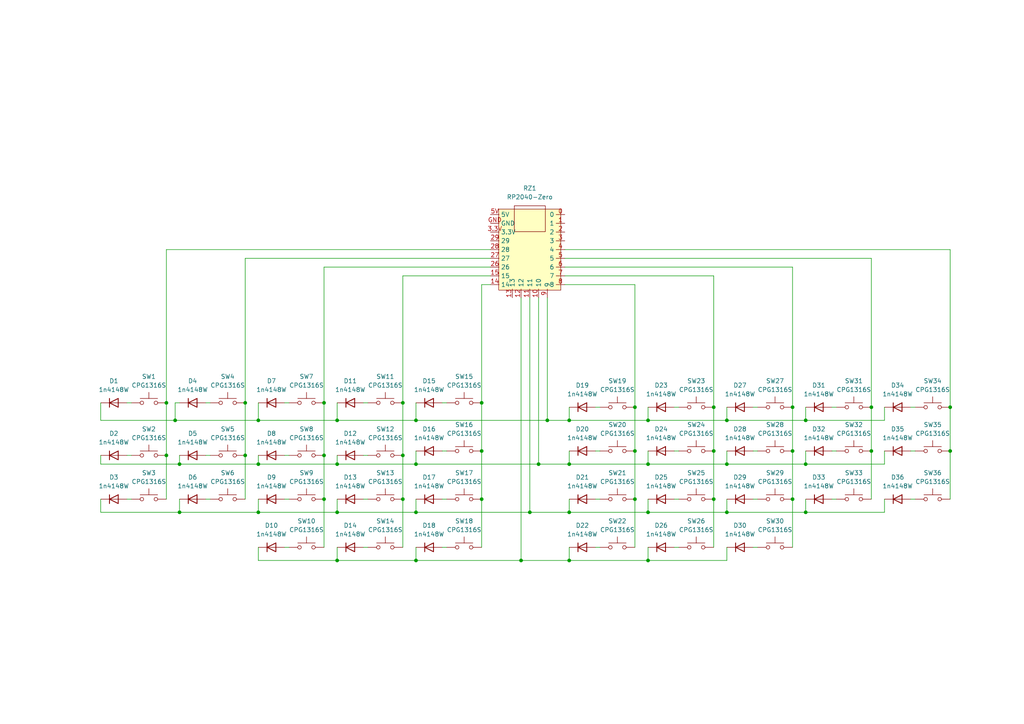
<source format=kicad_sch>
(kicad_sch (version 20250114) (generator "eeschema") (generator_version "9.0")
  (paper "A4")
  (lib_symbols
    (symbol "Diode:1N4148" (pin_numbers (hide yes)) (pin_names (hide yes))
      (property "Reference" "D" (at 0 2.54 0))
      (property "Value" "1N4148" (at 0 -2.54 0))
      (symbol "1N4148_0_1"
        (polyline (pts (xy -1.27 1.27) (xy -1.27 -1.27)) (stroke (width 0.254)))
        (polyline (pts (xy 1.27 1.27) (xy 1.27 -1.27) (xy -1.27 0) (xy 1.27 1.27)) (stroke (width 0.254)))
        (polyline (pts (xy 1.27 0) (xy -1.27 0)))
      )
      (symbol "1N4148_1_1"
        (pin passive line (at -3.81 0 0) (length 2.54) (name "K") (number "1"))
        (pin passive line (at 3.81 0 180) (length 2.54) (name "A") (number "2"))
      )
    )
    (symbol "Switch:SW_Push" (pin_numbers (hide yes)) (pin_names (offset 1.016) (hide yes))
      (property "Reference" "SW" (at 1.27 2.54 0))
      (property "Value" "SW_Push" (at 0 -1.524 0))
      (symbol "SW_Push_0_1"
        (circle (center -2.032 0) (radius 0.508))
        (polyline (pts (xy 0 1.27) (xy 0 3.048)))
        (circle (center 2.032 0) (radius 0.508))
        (polyline (pts (xy 2.54 1.27) (xy -2.54 1.27)))
        (pin passive line (at -5.08 0 0) (length 2.54) (name "1") (number "1"))
        (pin passive line (at 5.08 0 180) (length 2.54) (name "2") (number "2"))
      )
    )
    (symbol "frustratedfly:RP2040-Zero"
      (property "Reference" "RZ" (at 0 2.286 0))
      (property "Value" "RP2040-Zero" (at 0 12.446 0))
      (symbol "RP2040-Zero_1_1"
        (rectangle (start -9 11.75) (end 9 -11.75) (fill (type color) (color 255 255 194 1)))
        (rectangle (start -4.5 12.7) (end 4.5 5.2))
        (pin power_out line (at -11.43 10.16 0) (length 2.54) (name "5V") (number "5V"))
        (pin power_in line (at -11.43 7.62 0) (length 2.54) (name "GND") (number "GND"))
        (pin power_out line (at -11.43 5.08 0) (length 2.54) (name "3.3V") (number "3.3V"))
        (pin bidirectional line (at -11.43 2.54 0) (length 2.54) (name "29") (number "29"))
        (pin bidirectional line (at -11.43 0 0) (length 2.54) (name "28") (number "28"))
        (pin bidirectional line (at -11.43 -2.54 0) (length 2.54) (name "27") (number "27"))
        (pin bidirectional line (at -11.43 -5.08 0) (length 2.54) (name "26") (number "26"))
        (pin bidirectional line (at -11.43 -7.62 0) (length 2.54) (name "15") (number "15"))
        (pin bidirectional line (at -11.43 -10.16 0) (length 2.54) (name "14") (number "14"))
        (pin bidirectional line (at -5.08 -13.97 90) (length 2.54) (name "13") (number "13"))
        (pin bidirectional line (at -2.54 -13.97 90) (length 2.54) (name "12") (number "12"))
        (pin bidirectional line (at 0 -13.97 90) (length 2.54) (name "11") (number "11"))
        (pin bidirectional line (at 2.54 -13.97 90) (length 2.54) (name "10") (number "10"))
        (pin bidirectional line (at 5.08 -13.97 90) (length 2.54) (name "9") (number "9"))
        (pin bidirectional line (at 10.16 10.16 180) (length 2.54) (name "0") (number "0"))
        (pin bidirectional line (at 10.16 7.62 180) (length 2.54) (name "1") (number "1"))
        (pin bidirectional line (at 10.16 5.08 180) (length 2.54) (name "2") (number "2"))
        (pin bidirectional line (at 10.16 2.54 180) (length 2.54) (name "3") (number "3"))
        (pin bidirectional line (at 10.16 0 180) (length 2.54) (name "4") (number "4"))
        (pin bidirectional line (at 10.16 -2.54 180) (length 2.54) (name "5") (number "5"))
        (pin bidirectional line (at 10.16 -5.08 180) (length 2.54) (name "6") (number "6"))
        (pin bidirectional line (at 10.16 -7.62 180) (length 2.54) (name "7") (number "7"))
        (pin bidirectional line (at 10.16 -10.16 180) (length 2.54) (name "8") (number "8"))
      )
    )
  )
  (junction (at 207.01 144.78))
  (junction (at 207.01 118.11))
  (junction (at 93.98 132.08))
  (junction (at 252.73 118.11))
  (junction (at 184.15 144.78))
  (junction (at 153.67 148.59))
  (junction (at 48.26 116.84))
  (junction (at 139.7 130.81))
  (junction (at 210.82 121.92))
  (junction (at 139.7 116.84))
  (junction (at 74.93 121.92))
  (junction (at 187.96 148.59))
  (junction (at 229.87 118.11))
  (junction (at 165.1 148.59))
  (junction (at 48.26 132.08))
  (junction (at 52.07 148.59))
  (junction (at 116.84 132.08))
  (junction (at 97.79 121.92))
  (junction (at 187.96 134.62))
  (junction (at 184.15 118.11))
  (junction (at 275.59 118.11))
  (junction (at 229.87 144.78))
  (junction (at 165.1 134.62))
  (junction (at 229.87 130.81))
  (junction (at 233.68 148.59))
  (junction (at 165.1 121.92))
  (junction (at 50.8 121.92))
  (junction (at 233.68 121.92))
  (junction (at 210.82 134.62))
  (junction (at 97.79 162.56))
  (junction (at 156.21 134.62))
  (junction (at 184.15 130.81))
  (junction (at 207.01 130.81))
  (junction (at 165.1 162.56))
  (junction (at 93.98 116.84))
  (junction (at 52.07 134.62))
  (junction (at 120.65 148.59))
  (junction (at 74.93 134.62))
  (junction (at 74.93 148.59))
  (junction (at 120.65 134.62))
  (junction (at 158.75 121.92))
  (junction (at 93.98 144.78))
  (junction (at 151.13 162.56))
  (junction (at 116.84 116.84))
  (junction (at 139.7 144.78))
  (junction (at 187.96 121.92))
  (junction (at 71.12 116.84))
  (junction (at 210.82 148.59))
  (junction (at 120.65 121.92))
  (junction (at 275.59 130.81))
  (junction (at 120.65 162.56))
  (junction (at 97.79 134.62))
  (junction (at 116.84 144.78))
  (junction (at 71.12 132.08))
  (junction (at 252.73 130.81))
  (junction (at 187.96 162.56))
  (junction (at 233.68 134.62))
  (junction (at 97.79 148.59))
  (wire (pts (xy 97.79 134.62) (xy 120.65 134.62)))
  (wire (pts (xy 129.54 158.75) (xy 128.27 158.75)))
  (wire (pts (xy 48.26 132.08) (xy 48.26 144.78)))
  (wire (pts (xy 184.15 130.81) (xy 184.15 118.11)))
  (wire (pts (xy 59.69 116.84) (xy 60.96 116.84)))
  (wire (pts (xy 172.72 158.75) (xy 173.99 158.75)))
  (wire (pts (xy 116.84 144.78) (xy 116.84 158.75)))
  (wire (pts (xy 187.96 134.62) (xy 165.1 134.62)))
  (wire (pts (xy 52.07 132.08) (xy 52.07 134.62)))
  (wire (pts (xy 97.79 162.56) (xy 120.65 162.56)))
  (wire (pts (xy 187.96 148.59) (xy 210.82 148.59)))
  (wire (pts (xy 165.1 144.78) (xy 165.1 148.59)))
  (wire (pts (xy 29.21 134.62) (xy 52.07 134.62)))
  (wire (pts (xy 233.68 144.78) (xy 233.68 148.59)))
  (wire (pts (xy 256.54 134.62) (xy 233.68 134.62)))
  (wire (pts (xy 256.54 118.11) (xy 256.54 121.92)))
  (wire (pts (xy 153.67 148.59) (xy 165.1 148.59)))
  (wire (pts (xy 218.44 130.81) (xy 219.71 130.81)))
  (wire (pts (xy 151.13 86.36) (xy 151.13 162.56)))
  (wire (pts (xy 210.82 148.59) (xy 233.68 148.59)))
  (wire (pts (xy 116.84 116.84) (xy 116.84 132.08)))
  (wire (pts (xy 105.41 132.08) (xy 106.68 132.08)))
  (wire (pts (xy 82.55 116.84) (xy 83.82 116.84)))
  (wire (pts (xy 165.1 158.75) (xy 165.1 162.56)))
  (wire (pts (xy 82.55 132.08) (xy 83.82 132.08)))
  (wire (pts (xy 187.96 144.78) (xy 187.96 148.59)))
  (wire (pts (xy 229.87 130.81) (xy 229.87 144.78)))
  (wire (pts (xy 74.93 134.62) (xy 97.79 134.62)))
  (wire (pts (xy 210.82 121.92) (xy 187.96 121.92)))
  (wire (pts (xy 59.69 132.08) (xy 60.96 132.08)))
  (wire (pts (xy 187.96 162.56) (xy 165.1 162.56)))
  (wire (pts (xy 218.44 118.11) (xy 219.71 118.11)))
  (wire (pts (xy 120.65 130.81) (xy 120.65 134.62)))
  (wire (pts (xy 210.82 158.75) (xy 210.82 162.56)))
  (wire (pts (xy 120.65 162.56) (xy 151.13 162.56)))
  (wire (pts (xy 207.01 158.75) (xy 207.01 144.78)))
  (wire (pts (xy 233.68 130.81) (xy 233.68 134.62)))
  (wire (pts (xy 97.79 144.78) (xy 97.79 148.59)))
  (wire (pts (xy 252.73 74.93) (xy 252.73 118.11)))
  (wire (pts (xy 229.87 144.78) (xy 229.87 158.75)))
  (wire (pts (xy 275.59 130.81) (xy 275.59 144.78)))
  (wire (pts (xy 120.65 158.75) (xy 120.65 162.56)))
  (wire (pts (xy 233.68 148.59) (xy 256.54 148.59)))
  (wire (pts (xy 48.26 72.39) (xy 142.24 72.39)))
  (wire (pts (xy 165.1 130.81) (xy 165.1 134.62)))
  (wire (pts (xy 139.7 116.84) (xy 139.7 82.55)))
  (wire (pts (xy 93.98 116.84) (xy 93.98 132.08)))
  (wire (pts (xy 163.83 77.47) (xy 229.87 77.47)))
  (wire (pts (xy 120.65 144.78) (xy 120.65 148.59)))
  (wire (pts (xy 29.21 148.59) (xy 52.07 148.59)))
  (wire (pts (xy 165.1 148.59) (xy 187.96 148.59)))
  (wire (pts (xy 195.58 158.75) (xy 196.85 158.75)))
  (wire (pts (xy 264.16 144.78) (xy 265.43 144.78)))
  (wire (pts (xy 163.83 82.55) (xy 184.15 82.55)))
  (wire (pts (xy 184.15 144.78) (xy 184.15 130.81)))
  (wire (pts (xy 187.96 118.11) (xy 187.96 121.92)))
  (wire (pts (xy 187.96 121.92) (xy 165.1 121.92)))
  (wire (pts (xy 82.55 158.75) (xy 83.82 158.75)))
  (wire (pts (xy 264.16 118.11) (xy 265.43 118.11)))
  (wire (pts (xy 172.72 130.81) (xy 173.99 130.81)))
  (wire (pts (xy 172.72 144.78) (xy 173.99 144.78)))
  (wire (pts (xy 74.93 148.59) (xy 97.79 148.59)))
  (wire (pts (xy 184.15 118.11) (xy 184.15 82.55)))
  (wire (pts (xy 71.12 74.93) (xy 71.12 116.84)))
  (wire (pts (xy 229.87 118.11) (xy 229.87 130.81)))
  (wire (pts (xy 52.07 144.78) (xy 52.07 148.59)))
  (wire (pts (xy 52.07 148.59) (xy 74.93 148.59)))
  (wire (pts (xy 128.27 116.84) (xy 129.54 116.84)))
  (wire (pts (xy 50.8 116.84) (xy 50.8 121.92)))
  (wire (pts (xy 139.7 130.81) (xy 139.7 144.78)))
  (wire (pts (xy 128.27 130.81) (xy 129.54 130.81)))
  (wire (pts (xy 29.21 132.08) (xy 29.21 134.62)))
  (wire (pts (xy 74.93 132.08) (xy 74.93 134.62)))
  (wire (pts (xy 52.07 134.62) (xy 74.93 134.62)))
  (wire (pts (xy 256.54 144.78) (xy 256.54 148.59)))
  (wire (pts (xy 97.79 158.75) (xy 97.79 162.56)))
  (wire (pts (xy 195.58 130.81) (xy 196.85 130.81)))
  (wire (pts (xy 139.7 116.84) (xy 139.7 130.81)))
  (wire (pts (xy 275.59 118.11) (xy 275.59 130.81)))
  (wire (pts (xy 120.65 134.62) (xy 156.21 134.62)))
  (wire (pts (xy 97.79 148.59) (xy 120.65 148.59)))
  (wire (pts (xy 165.1 118.11) (xy 165.1 121.92)))
  (wire (pts (xy 48.26 116.84) (xy 48.26 132.08)))
  (wire (pts (xy 120.65 116.84) (xy 120.65 121.92)))
  (wire (pts (xy 105.41 144.78) (xy 106.68 144.78)))
  (wire (pts (xy 256.54 121.92) (xy 233.68 121.92)))
  (wire (pts (xy 93.98 77.47) (xy 142.24 77.47)))
  (wire (pts (xy 48.26 72.39) (xy 48.26 116.84)))
  (wire (pts (xy 74.93 144.78) (xy 74.93 148.59)))
  (wire (pts (xy 74.93 121.92) (xy 50.8 121.92)))
  (wire (pts (xy 97.79 132.08) (xy 97.79 134.62)))
  (wire (pts (xy 71.12 116.84) (xy 71.12 132.08)))
  (wire (pts (xy 139.7 82.55) (xy 142.24 82.55)))
  (wire (pts (xy 156.21 134.62) (xy 165.1 134.62)))
  (wire (pts (xy 207.01 144.78) (xy 207.01 130.81)))
  (wire (pts (xy 29.21 116.84) (xy 29.21 121.92)))
  (wire (pts (xy 252.73 130.81) (xy 252.73 144.78)))
  (wire (pts (xy 52.07 116.84) (xy 50.8 116.84)))
  (wire (pts (xy 120.65 148.59) (xy 153.67 148.59)))
  (wire (pts (xy 233.68 134.62) (xy 210.82 134.62)))
  (wire (pts (xy 116.84 80.01) (xy 116.84 116.84)))
  (wire (pts (xy 210.82 144.78) (xy 210.82 148.59)))
  (wire (pts (xy 36.83 116.84) (xy 38.1 116.84)))
  (wire (pts (xy 187.96 158.75) (xy 187.96 162.56)))
  (wire (pts (xy 93.98 144.78) (xy 93.98 158.75)))
  (wire (pts (xy 71.12 132.08) (xy 71.12 144.78)))
  (wire (pts (xy 195.58 144.78) (xy 196.85 144.78)))
  (wire (pts (xy 74.93 162.56) (xy 97.79 162.56)))
  (wire (pts (xy 163.83 80.01) (xy 207.01 80.01)))
  (wire (pts (xy 74.93 158.75) (xy 74.93 162.56)))
  (wire (pts (xy 229.87 77.47) (xy 229.87 118.11)))
  (wire (pts (xy 241.3 118.11) (xy 242.57 118.11)))
  (wire (pts (xy 207.01 130.81) (xy 207.01 118.11)))
  (wire (pts (xy 36.83 144.78) (xy 38.1 144.78)))
  (wire (pts (xy 233.68 121.92) (xy 210.82 121.92)))
  (wire (pts (xy 71.12 74.93) (xy 142.24 74.93)))
  (wire (pts (xy 264.16 130.81) (xy 265.43 130.81)))
  (wire (pts (xy 156.21 86.36) (xy 156.21 134.62)))
  (wire (pts (xy 218.44 144.78) (xy 219.71 144.78)))
  (wire (pts (xy 218.44 158.75) (xy 219.71 158.75)))
  (wire (pts (xy 256.54 130.81) (xy 256.54 134.62)))
  (wire (pts (xy 29.21 121.92) (xy 50.8 121.92)))
  (wire (pts (xy 151.13 162.56) (xy 165.1 162.56)))
  (wire (pts (xy 163.83 72.39) (xy 275.59 72.39)))
  (wire (pts (xy 210.82 162.56) (xy 187.96 162.56)))
  (wire (pts (xy 252.73 118.11) (xy 252.73 130.81)))
  (wire (pts (xy 116.84 132.08) (xy 116.84 144.78)))
  (wire (pts (xy 241.3 144.78) (xy 242.57 144.78)))
  (wire (pts (xy 29.21 144.78) (xy 29.21 148.59)))
  (wire (pts (xy 210.82 134.62) (xy 187.96 134.62)))
  (wire (pts (xy 74.93 116.84) (xy 74.93 121.92)))
  (wire (pts (xy 184.15 158.75) (xy 184.15 144.78)))
  (wire (pts (xy 105.41 158.75) (xy 106.68 158.75)))
  (wire (pts (xy 163.83 74.93) (xy 252.73 74.93)))
  (wire (pts (xy 97.79 116.84) (xy 97.79 121.92)))
  (wire (pts (xy 139.7 144.78) (xy 139.7 158.75)))
  (wire (pts (xy 172.72 118.11) (xy 173.99 118.11)))
  (wire (pts (xy 120.65 121.92) (xy 158.75 121.92)))
  (wire (pts (xy 158.75 86.36) (xy 158.75 121.92)))
  (wire (pts (xy 153.67 86.36) (xy 153.67 148.59)))
  (wire (pts (xy 210.82 118.11) (xy 210.82 121.92)))
  (wire (pts (xy 210.82 130.81) (xy 210.82 134.62)))
  (wire (pts (xy 97.79 121.92) (xy 74.93 121.92)))
  (wire (pts (xy 93.98 77.47) (xy 93.98 116.84)))
  (wire (pts (xy 233.68 118.11) (xy 233.68 121.92)))
  (wire (pts (xy 187.96 130.81) (xy 187.96 134.62)))
  (wire (pts (xy 275.59 72.39) (xy 275.59 118.11)))
  (wire (pts (xy 158.75 121.92) (xy 165.1 121.92)))
  (wire (pts (xy 207.01 118.11) (xy 207.01 80.01)))
  (wire (pts (xy 195.58 118.11) (xy 196.85 118.11)))
  (wire (pts (xy 93.98 132.08) (xy 93.98 144.78)))
  (wire (pts (xy 105.41 116.84) (xy 106.68 116.84)))
  (wire (pts (xy 82.55 144.78) (xy 83.82 144.78)))
  (wire (pts (xy 241.3 130.81) (xy 242.57 130.81)))
  (wire (pts (xy 128.27 144.78) (xy 129.54 144.78)))
  (wire (pts (xy 116.84 80.01) (xy 142.24 80.01)))
  (wire (pts (xy 36.83 132.08) (xy 38.1 132.08)))
  (wire (pts (xy 59.69 144.78) (xy 60.96 144.78)))
  (wire (pts (xy 120.65 121.92) (xy 97.79 121.92)))
  (symbol (lib_id "Diode:1N4148") (at 101.6 116.84 0) (unit 1)
    (property "Reference" "D11" (at 101.6 110.49 0))
    (property "Value" "1n4148W" (at 101.6 113.03 0))
    (property "Footprint" "Diode_SMD:D_SOD-123" (effects (hide yes)))
    (property "Datasheet" "https://www.smc-diodes.com/propdf/1N4148W%20N0571%20REV.E.pdf" (effects (hide yes)))
    (property "Description" "100V 0.15A standard switching diode, DO-35" (effects (hide yes)))
    (property "Sim.Device" "D" (effects (hide yes)))
    (property "Sim.Pins" "1=K 2=A" (effects (hide yes)))
    (property "LCSC Part #" "C2099" (effects (hide yes)))
  )
  (symbol (lib_id "Switch:SW_Push") (at 224.79 158.75 0) (unit 1)
    (property "Reference" "SW30" (at 224.79 151.13 0))
    (property "Value" "CPG1316S" (at 224.79 153.67 0))
    (property "Footprint" "frustratedfly:CPG1316S01D02_mikeholscher_w_ref" (effects (hide yes)))
    (property "Datasheet" "https://www.kailhswitch.com/uploads/15927/files/CPG1316S01D02-data-sheet.pdf" (effects (hide yes)))
    (property "Description" "Push button switch, generic, two pins" (effects (hide yes)))
    (property "LCSC Part #" "C42372112" (effects (hide yes)))
  )
  (symbol (lib_id "Switch:SW_Push") (at 224.79 130.81 0) (unit 1)
    (property "Reference" "SW28" (at 224.79 123.19 0))
    (property "Value" "CPG1316S" (at 224.79 125.73 0))
    (property "Footprint" "frustratedfly:CPG1316S01D02_mikeholscher_w_ref" (effects (hide yes)))
    (property "Datasheet" "https://www.kailhswitch.com/uploads/15927/files/CPG1316S01D02-data-sheet.pdf" (effects (hide yes)))
    (property "Description" "Push button switch, generic, two pins" (effects (hide yes)))
    (property "LCSC Part #" "C42372112" (effects (hide yes)))
  )
  (symbol (lib_id "Switch:SW_Push") (at 88.9 144.78 0) (unit 1)
    (property "Reference" "SW9" (at 88.9 137.16 0))
    (property "Value" "CPG1316S" (at 88.9 139.7 0))
    (property "Footprint" "frustratedfly:CPG1316S01D02_mikeholscher_w_ref" (effects (hide yes)))
    (property "Datasheet" "https://www.kailhswitch.com/uploads/15927/files/CPG1316S01D02-data-sheet.pdf" (effects (hide yes)))
    (property "Description" "Push button switch, generic, two pins" (effects (hide yes)))
    (property "LCSC Part #" "C42372112" (effects (hide yes)))
  )
  (symbol (lib_id "Switch:SW_Push") (at 270.51 118.11 0) (unit 1)
    (property "Reference" "SW34" (at 270.51 110.49 0))
    (property "Value" "CPG1316S" (at 270.51 113.03 0))
    (property "Footprint" "frustratedfly:CPG1316S01D02_mikeholscher_w_ref" (effects (hide yes)))
    (property "Datasheet" "https://www.kailhswitch.com/uploads/15927/files/CPG1316S01D02-data-sheet.pdf" (effects (hide yes)))
    (property "Description" "Push button switch, generic, two pins" (effects (hide yes)))
    (property "LCSC Part #" "C42372112" (effects (hide yes)))
  )
  (symbol (lib_id "Diode:1N4148") (at 124.46 158.75 0) (unit 1)
    (property "Reference" "D18" (at 124.46 152.4 0))
    (property "Value" "1n4148W" (at 124.46 154.94 0))
    (property "Footprint" "Diode_SMD:D_SOD-123" (effects (hide yes)))
    (property "Datasheet" "https://www.smc-diodes.com/propdf/1N4148W%20N0571%20REV.E.pdf" (effects (hide yes)))
    (property "Description" "100V 0.15A standard switching diode, DO-35" (effects (hide yes)))
    (property "Sim.Device" "D" (effects (hide yes)))
    (property "Sim.Pins" "1=K 2=A" (effects (hide yes)))
    (property "LCSC Part #" "C2099" (effects (hide yes)))
  )
  (symbol (lib_id "Diode:1N4148") (at 33.02 144.78 0) (unit 1)
    (property "Reference" "D3" (at 33.02 138.43 0))
    (property "Value" "1n4148W" (at 33.02 140.97 0))
    (property "Footprint" "Diode_SMD:D_SOD-123" (effects (hide yes)))
    (property "Datasheet" "https://www.smc-diodes.com/propdf/1N4148W%20N0571%20REV.E.pdf" (effects (hide yes)))
    (property "Description" "100V 0.15A standard switching diode, DO-35" (effects (hide yes)))
    (property "Sim.Device" "D" (effects (hide yes)))
    (property "Sim.Pins" "1=K 2=A" (effects (hide yes)))
    (property "LCSC Part #" "C2099" (effects (hide yes)))
  )
  (symbol (lib_id "Diode:1N4148") (at 260.35 118.11 0) (unit 1)
    (property "Reference" "D34" (at 260.35 111.76 0))
    (property "Value" "1n4148W" (at 260.35 114.3 0))
    (property "Footprint" "Diode_SMD:D_SOD-123" (effects (hide yes)))
    (property "Datasheet" "https://www.smc-diodes.com/propdf/1N4148W%20N0571%20REV.E.pdf" (effects (hide yes)))
    (property "Description" "100V 0.15A standard switching diode, DO-35" (effects (hide yes)))
    (property "Sim.Device" "D" (effects (hide yes)))
    (property "Sim.Pins" "1=K 2=A" (effects (hide yes)))
    (property "LCSC Part #" "C2099" (effects (hide yes)))
  )
  (symbol (lib_id "Diode:1N4148") (at 191.77 130.81 0) (unit 1)
    (property "Reference" "D24" (at 191.77 124.46 0))
    (property "Value" "1n4148W" (at 191.77 127 0))
    (property "Footprint" "Diode_SMD:D_SOD-123" (effects (hide yes)))
    (property "Datasheet" "https://www.smc-diodes.com/propdf/1N4148W%20N0571%20REV.E.pdf" (effects (hide yes)))
    (property "Description" "100V 0.15A standard switching diode, DO-35" (effects (hide yes)))
    (property "Sim.Device" "D" (effects (hide yes)))
    (property "Sim.Pins" "1=K 2=A" (effects (hide yes)))
    (property "LCSC Part #" "C2099" (effects (hide yes)))
  )
  (symbol (lib_id "Diode:1N4148") (at 214.63 158.75 0) (unit 1)
    (property "Reference" "D30" (at 214.63 152.4 0))
    (property "Value" "1n4148W" (at 214.63 154.94 0))
    (property "Footprint" "Diode_SMD:D_SOD-123" (effects (hide yes)))
    (property "Datasheet" "https://www.smc-diodes.com/propdf/1N4148W%20N0571%20REV.E.pdf" (effects (hide yes)))
    (property "Description" "100V 0.15A standard switching diode, DO-35" (effects (hide yes)))
    (property "Sim.Device" "D" (effects (hide yes)))
    (property "Sim.Pins" "1=K 2=A" (effects (hide yes)))
    (property "LCSC Part #" "C2099" (effects (hide yes)))
  )
  (symbol (lib_id "Switch:SW_Push") (at 43.18 144.78 0) (unit 1)
    (property "Reference" "SW3" (at 43.18 137.16 0))
    (property "Value" "CPG1316S" (at 43.18 139.7 0))
    (property "Footprint" "frustratedfly:CPG1316S01D02_mikeholscher_w_ref" (effects (hide yes)))
    (property "Datasheet" "https://www.kailhswitch.com/uploads/15927/files/CPG1316S01D02-data-sheet.pdf" (effects (hide yes)))
    (property "Description" "Push button switch, generic, two pins" (effects (hide yes)))
    (property "LCSC Part #" "C42372112" (effects (hide yes)))
  )
  (symbol (lib_id "Switch:SW_Push") (at 270.51 130.81 0) (unit 1)
    (property "Reference" "SW35" (at 270.51 123.19 0))
    (property "Value" "CPG1316S" (at 270.51 125.73 0))
    (property "Footprint" "frustratedfly:CPG1316S01D02_mikeholscher_w_ref" (effects (hide yes)))
    (property "Datasheet" "https://www.kailhswitch.com/uploads/15927/files/CPG1316S01D02-data-sheet.pdf" (effects (hide yes)))
    (property "Description" "Push button switch, generic, two pins" (effects (hide yes)))
    (property "LCSC Part #" "C42372112" (effects (hide yes)))
  )
  (symbol (lib_id "Switch:SW_Push") (at 247.65 118.11 0) (unit 1)
    (property "Reference" "SW31" (at 247.65 110.49 0))
    (property "Value" "CPG1316S" (at 247.65 113.03 0))
    (property "Footprint" "frustratedfly:CPG1316S01D02_mikeholscher_w_ref" (effects (hide yes)))
    (property "Datasheet" "https://www.kailhswitch.com/uploads/15927/files/CPG1316S01D02-data-sheet.pdf" (effects (hide yes)))
    (property "Description" "Push button switch, generic, two pins" (effects (hide yes)))
    (property "LCSC Part #" "C42372112" (effects (hide yes)))
  )
  (symbol (lib_id "Diode:1N4148") (at 260.35 130.81 0) (unit 1)
    (property "Reference" "D35" (at 260.35 124.46 0))
    (property "Value" "1n4148W" (at 260.35 127 0))
    (property "Footprint" "Diode_SMD:D_SOD-123" (effects (hide yes)))
    (property "Datasheet" "https://www.smc-diodes.com/propdf/1N4148W%20N0571%20REV.E.pdf" (effects (hide yes)))
    (property "Description" "100V 0.15A standard switching diode, DO-35" (effects (hide yes)))
    (property "Sim.Device" "D" (effects (hide yes)))
    (property "Sim.Pins" "1=K 2=A" (effects (hide yes)))
    (property "LCSC Part #" "C2099" (effects (hide yes)))
  )
  (symbol (lib_id "Diode:1N4148") (at 101.6 158.75 0) (unit 1)
    (property "Reference" "D14" (at 101.6 152.4 0))
    (property "Value" "1n4148W" (at 101.6 154.94 0))
    (property "Footprint" "Diode_SMD:D_SOD-123" (effects (hide yes)))
    (property "Datasheet" "https://www.smc-diodes.com/propdf/1N4148W%20N0571%20REV.E.pdf" (effects (hide yes)))
    (property "Description" "100V 0.15A standard switching diode, DO-35" (effects (hide yes)))
    (property "Sim.Device" "D" (effects (hide yes)))
    (property "Sim.Pins" "1=K 2=A" (effects (hide yes)))
    (property "LCSC Part #" "C2099" (effects (hide yes)))
  )
  (symbol (lib_id "Switch:SW_Push") (at 270.51 144.78 0) (unit 1)
    (property "Reference" "SW36" (at 270.51 137.16 0))
    (property "Value" "CPG1316S" (at 270.51 139.7 0))
    (property "Footprint" "frustratedfly:CPG1316S01D02_mikeholscher_w_ref" (effects (hide yes)))
    (property "Datasheet" "https://www.kailhswitch.com/uploads/15927/files/CPG1316S01D02-data-sheet.pdf" (effects (hide yes)))
    (property "Description" "Push button switch, generic, two pins" (effects (hide yes)))
    (property "LCSC Part #" "C42372112" (effects (hide yes)))
  )
  (symbol (lib_id "Switch:SW_Push") (at 179.07 158.75 0) (unit 1)
    (property "Reference" "SW22" (at 179.07 151.13 0))
    (property "Value" "CPG1316S" (at 179.07 153.67 0))
    (property "Footprint" "frustratedfly:CPG1316S01D02_mikeholscher_w_ref" (effects (hide yes)))
    (property "Datasheet" "https://www.kailhswitch.com/uploads/15927/files/CPG1316S01D02-data-sheet.pdf" (effects (hide yes)))
    (property "Description" "Push button switch, generic, two pins" (effects (hide yes)))
    (property "LCSC Part #" "C42372112" (effects (hide yes)))
  )
  (symbol (lib_id "Switch:SW_Push") (at 111.76 116.84 0) (unit 1)
    (property "Reference" "SW11" (at 111.76 109.22 0))
    (property "Value" "CPG1316S" (at 111.76 111.76 0))
    (property "Footprint" "frustratedfly:CPG1316S01D02_mikeholscher_w_ref" (effects (hide yes)))
    (property "Datasheet" "https://www.kailhswitch.com/uploads/15927/files/CPG1316S01D02-data-sheet.pdf" (effects (hide yes)))
    (property "Description" "Push button switch, generic, two pins" (effects (hide yes)))
    (property "LCSC Part #" "C42372112" (effects (hide yes)))
  )
  (symbol (lib_id "Switch:SW_Push") (at 88.9 116.84 0) (unit 1)
    (property "Reference" "SW7" (at 88.9 109.22 0))
    (property "Value" "CPG1316S" (at 88.9 111.76 0))
    (property "Footprint" "frustratedfly:CPG1316S01D02_mikeholscher_w_ref" (effects (hide yes)))
    (property "Datasheet" "https://www.kailhswitch.com/uploads/15927/files/CPG1316S01D02-data-sheet.pdf" (effects (hide yes)))
    (property "Description" "Push button switch, generic, two pins" (effects (hide yes)))
    (property "LCSC Part #" "C42372112" (effects (hide yes)))
  )
  (symbol (lib_id "Switch:SW_Push") (at 224.79 118.11 0) (unit 1)
    (property "Reference" "SW27" (at 224.79 110.49 0))
    (property "Value" "CPG1316S" (at 224.79 113.03 0))
    (property "Footprint" "frustratedfly:CPG1316S01D02_mikeholscher_w_ref" (effects (hide yes)))
    (property "Datasheet" "https://www.kailhswitch.com/uploads/15927/files/CPG1316S01D02-data-sheet.pdf" (effects (hide yes)))
    (property "Description" "Push button switch, generic, two pins" (effects (hide yes)))
    (property "LCSC Part #" "C42372112" (effects (hide yes)))
  )
  (symbol (lib_id "Diode:1N4148") (at 191.77 118.11 0) (unit 1)
    (property "Reference" "D23" (at 191.77 111.76 0))
    (property "Value" "1n4148W" (at 191.77 114.3 0))
    (property "Footprint" "Diode_SMD:D_SOD-123" (effects (hide yes)))
    (property "Datasheet" "https://www.smc-diodes.com/propdf/1N4148W%20N0571%20REV.E.pdf" (effects (hide yes)))
    (property "Description" "100V 0.15A standard switching diode, DO-35" (effects (hide yes)))
    (property "Sim.Device" "D" (effects (hide yes)))
    (property "Sim.Pins" "1=K 2=A" (effects (hide yes)))
    (property "LCSC Part #" "C2099" (effects (hide yes)))
  )
  (symbol (lib_id "Switch:SW_Push") (at 134.62 144.78 0) (unit 1)
    (property "Reference" "SW17" (at 134.62 137.16 0))
    (property "Value" "CPG1316S" (at 134.62 139.7 0))
    (property "Footprint" "frustratedfly:CPG1316S01D02_mikeholscher_w_ref" (effects (hide yes)))
    (property "Datasheet" "https://www.kailhswitch.com/uploads/15927/files/CPG1316S01D02-data-sheet.pdf" (effects (hide yes)))
    (property "Description" "Push button switch, generic, two pins" (effects (hide yes)))
    (property "LCSC Part #" "C42372112" (effects (hide yes)))
  )
  (symbol (lib_id "Diode:1N4148") (at 260.35 144.78 0) (unit 1)
    (property "Reference" "D36" (at 260.35 138.43 0))
    (property "Value" "1n4148W" (at 260.35 140.97 0))
    (property "Footprint" "Diode_SMD:D_SOD-123" (effects (hide yes)))
    (property "Datasheet" "https://www.smc-diodes.com/propdf/1N4148W%20N0571%20REV.E.pdf" (effects (hide yes)))
    (property "Description" "100V 0.15A standard switching diode, DO-35" (effects (hide yes)))
    (property "Sim.Device" "D" (effects (hide yes)))
    (property "Sim.Pins" "1=K 2=A" (effects (hide yes)))
    (property "LCSC Part #" "C2099" (effects (hide yes)))
  )
  (symbol (lib_id "Diode:1N4148") (at 33.02 132.08 0) (unit 1)
    (property "Reference" "D2" (at 33.02 125.73 0))
    (property "Value" "1n4148W" (at 33.02 128.27 0))
    (property "Footprint" "Diode_SMD:D_SOD-123" (effects (hide yes)))
    (property "Datasheet" "https://www.smc-diodes.com/propdf/1N4148W%20N0571%20REV.E.pdf" (effects (hide yes)))
    (property "Description" "100V 0.15A standard switching diode, DO-35" (effects (hide yes)))
    (property "Sim.Device" "D" (effects (hide yes)))
    (property "Sim.Pins" "1=K 2=A" (effects (hide yes)))
    (property "LCSC Part #" "C2099" (effects (hide yes)))
  )
  (symbol (lib_id "Diode:1N4148") (at 55.88 116.84 0) (unit 1)
    (property "Reference" "D4" (at 55.88 110.49 0))
    (property "Value" "1n4148W" (at 55.88 113.03 0))
    (property "Footprint" "Diode_SMD:D_SOD-123" (effects (hide yes)))
    (property "Datasheet" "https://www.smc-diodes.com/propdf/1N4148W%20N0571%20REV.E.pdf" (effects (hide yes)))
    (property "Description" "100V 0.15A standard switching diode, DO-35" (effects (hide yes)))
    (property "Sim.Device" "D" (effects (hide yes)))
    (property "Sim.Pins" "1=K 2=A" (effects (hide yes)))
    (property "LCSC Part #" "C2099" (effects (hide yes)))
  )
  (symbol (lib_id "Switch:SW_Push") (at 66.04 132.08 0) (unit 1)
    (property "Reference" "SW5" (at 66.04 124.46 0))
    (property "Value" "CPG1316S" (at 66.04 127 0))
    (property "Footprint" "frustratedfly:CPG1316S01D02_mikeholscher_w_ref" (effects (hide yes)))
    (property "Datasheet" "https://www.kailhswitch.com/uploads/15927/files/CPG1316S01D02-data-sheet.pdf" (effects (hide yes)))
    (property "Description" "Push button switch, generic, two pins" (effects (hide yes)))
    (property "LCSC Part #" "C42372112" (effects (hide yes)))
  )
  (symbol (lib_id "Switch:SW_Push") (at 66.04 144.78 0) (unit 1)
    (property "Reference" "SW6" (at 66.04 137.16 0))
    (property "Value" "CPG1316S" (at 66.04 139.7 0))
    (property "Footprint" "frustratedfly:CPG1316S01D02_mikeholscher_w_ref" (effects (hide yes)))
    (property "Datasheet" "https://www.kailhswitch.com/uploads/15927/files/CPG1316S01D02-data-sheet.pdf" (effects (hide yes)))
    (property "Description" "Push button switch, generic, two pins" (effects (hide yes)))
    (property "LCSC Part #" "C42372112" (effects (hide yes)))
  )
  (symbol (lib_id "Diode:1N4148") (at 78.74 144.78 0) (unit 1)
    (property "Reference" "D9" (at 78.74 138.43 0))
    (property "Value" "1n4148W" (at 78.74 140.97 0))
    (property "Footprint" "Diode_SMD:D_SOD-123" (effects (hide yes)))
    (property "Datasheet" "https://www.smc-diodes.com/propdf/1N4148W%20N0571%20REV.E.pdf" (effects (hide yes)))
    (property "Description" "100V 0.15A standard switching diode, DO-35" (effects (hide yes)))
    (property "Sim.Device" "D" (effects (hide yes)))
    (property "Sim.Pins" "1=K 2=A" (effects (hide yes)))
    (property "LCSC Part #" "C2099" (effects (hide yes)))
  )
  (symbol (lib_id "Switch:SW_Push") (at 179.07 144.78 0) (unit 1)
    (property "Reference" "SW21" (at 179.07 137.16 0))
    (property "Value" "CPG1316S" (at 179.07 139.7 0))
    (property "Footprint" "frustratedfly:CPG1316S01D02_mikeholscher_w_ref" (effects (hide yes)))
    (property "Datasheet" "https://www.kailhswitch.com/uploads/15927/files/CPG1316S01D02-data-sheet.pdf" (effects (hide yes)))
    (property "Description" "Push button switch, generic, two pins" (effects (hide yes)))
    (property "LCSC Part #" "C42372112" (effects (hide yes)))
  )
  (symbol (lib_id "Diode:1N4148") (at 237.49 144.78 0) (unit 1)
    (property "Reference" "D33" (at 237.49 138.43 0))
    (property "Value" "1n4148W" (at 237.49 140.97 0))
    (property "Footprint" "Diode_SMD:D_SOD-123" (effects (hide yes)))
    (property "Datasheet" "https://www.smc-diodes.com/propdf/1N4148W%20N0571%20REV.E.pdf" (effects (hide yes)))
    (property "Description" "100V 0.15A standard switching diode, DO-35" (effects (hide yes)))
    (property "Sim.Device" "D" (effects (hide yes)))
    (property "Sim.Pins" "1=K 2=A" (effects (hide yes)))
    (property "LCSC Part #" "C2099" (effects (hide yes)))
  )
  (symbol (lib_id "Diode:1N4148") (at 191.77 158.75 0) (unit 1)
    (property "Reference" "D26" (at 191.77 152.4 0))
    (property "Value" "1n4148W" (at 191.77 154.94 0))
    (property "Footprint" "Diode_SMD:D_SOD-123" (effects (hide yes)))
    (property "Datasheet" "https://www.smc-diodes.com/propdf/1N4148W%20N0571%20REV.E.pdf" (effects (hide yes)))
    (property "Description" "100V 0.15A standard switching diode, DO-35" (effects (hide yes)))
    (property "Sim.Device" "D" (effects (hide yes)))
    (property "Sim.Pins" "1=K 2=A" (effects (hide yes)))
    (property "LCSC Part #" "C2099" (effects (hide yes)))
  )
  (symbol (lib_id "Diode:1N4148") (at 168.91 130.81 0) (unit 1)
    (property "Reference" "D20" (at 168.91 124.46 0))
    (property "Value" "1n4148W" (at 168.91 127 0))
    (property "Footprint" "Diode_SMD:D_SOD-123" (effects (hide yes)))
    (property "Datasheet" "https://www.smc-diodes.com/propdf/1N4148W%20N0571%20REV.E.pdf" (effects (hide yes)))
    (property "Description" "100V 0.15A standard switching diode, DO-35" (effects (hide yes)))
    (property "Sim.Device" "D" (effects (hide yes)))
    (property "Sim.Pins" "1=K 2=A" (effects (hide yes)))
    (property "LCSC Part #" "C2099" (effects (hide yes)))
  )
  (symbol (lib_id "Diode:1N4148") (at 101.6 144.78 0) (unit 1)
    (property "Reference" "D13" (at 101.6 138.43 0))
    (property "Value" "1n4148W" (at 101.6 140.97 0))
    (property "Footprint" "Diode_SMD:D_SOD-123" (effects (hide yes)))
    (property "Datasheet" "https://www.smc-diodes.com/propdf/1N4148W%20N0571%20REV.E.pdf" (effects (hide yes)))
    (property "Description" "100V 0.15A standard switching diode, DO-35" (effects (hide yes)))
    (property "Sim.Device" "D" (effects (hide yes)))
    (property "Sim.Pins" "1=K 2=A" (effects (hide yes)))
    (property "LCSC Part #" "C2099" (effects (hide yes)))
  )
  (symbol (lib_id "Switch:SW_Push") (at 134.62 158.75 0) (unit 1)
    (property "Reference" "SW18" (at 134.62 151.13 0))
    (property "Value" "CPG1316S" (at 134.62 153.67 0))
    (property "Footprint" "frustratedfly:CPG1316S01D02_mikeholscher_w_ref" (effects (hide yes)))
    (property "Datasheet" "https://www.kailhswitch.com/uploads/15927/files/CPG1316S01D02-data-sheet.pdf" (effects (hide yes)))
    (property "Description" "Push button switch, generic, two pins" (effects (hide yes)))
    (property "LCSC Part #" "C42372112" (effects (hide yes)))
  )
  (symbol (lib_id "Switch:SW_Push") (at 201.93 158.75 0) (unit 1)
    (property "Reference" "SW26" (at 201.93 151.13 0))
    (property "Value" "CPG1316S" (at 201.93 153.67 0))
    (property "Footprint" "frustratedfly:CPG1316S01D02_mikeholscher_w_ref" (effects (hide yes)))
    (property "Datasheet" "https://www.kailhswitch.com/uploads/15927/files/CPG1316S01D02-data-sheet.pdf" (effects (hide yes)))
    (property "Description" "Push button switch, generic, two pins" (effects (hide yes)))
    (property "LCSC Part #" "C42372112" (effects (hide yes)))
  )
  (symbol (lib_id "Diode:1N4148") (at 168.91 118.11 0) (unit 1)
    (property "Reference" "D19" (at 168.91 111.76 0))
    (property "Value" "1n4148W" (at 168.91 114.3 0))
    (property "Footprint" "Diode_SMD:D_SOD-123" (effects (hide yes)))
    (property "Datasheet" "https://www.smc-diodes.com/propdf/1N4148W%20N0571%20REV.E.pdf" (effects (hide yes)))
    (property "Description" "100V 0.15A standard switching diode, DO-35" (effects (hide yes)))
    (property "Sim.Device" "D" (effects (hide yes)))
    (property "Sim.Pins" "1=K 2=A" (effects (hide yes)))
    (property "LCSC Part #" "C2099" (effects (hide yes)))
  )
  (symbol (lib_id "Switch:SW_Push") (at 179.07 130.81 0) (unit 1)
    (property "Reference" "SW20" (at 179.07 123.19 0))
    (property "Value" "CPG1316S" (at 179.07 125.73 0))
    (property "Footprint" "frustratedfly:CPG1316S01D02_mikeholscher_w_ref" (effects (hide yes)))
    (property "Datasheet" "https://www.kailhswitch.com/uploads/15927/files/CPG1316S01D02-data-sheet.pdf" (effects (hide yes)))
    (property "Description" "Push button switch, generic, two pins" (effects (hide yes)))
    (property "LCSC Part #" "C42372112" (effects (hide yes)))
  )
  (symbol (lib_id "Switch:SW_Push") (at 111.76 132.08 0) (unit 1)
    (property "Reference" "SW12" (at 111.76 124.46 0))
    (property "Value" "CPG1316S" (at 111.76 127 0))
    (property "Footprint" "frustratedfly:CPG1316S01D02_mikeholscher_w_ref" (effects (hide yes)))
    (property "Datasheet" "https://www.kailhswitch.com/uploads/15927/files/CPG1316S01D02-data-sheet.pdf" (effects (hide yes)))
    (property "Description" "Push button switch, generic, two pins" (effects (hide yes)))
    (property "LCSC Part #" "C42372112" (effects (hide yes)))
  )
  (symbol (lib_id "Diode:1N4148") (at 237.49 118.11 0) (unit 1)
    (property "Reference" "D31" (at 237.49 111.76 0))
    (property "Value" "1n4148W" (at 237.49 114.3 0))
    (property "Footprint" "Diode_SMD:D_SOD-123" (effects (hide yes)))
    (property "Datasheet" "https://www.smc-diodes.com/propdf/1N4148W%20N0571%20REV.E.pdf" (effects (hide yes)))
    (property "Description" "100V 0.15A standard switching diode, DO-35" (effects (hide yes)))
    (property "Sim.Device" "D" (effects (hide yes)))
    (property "Sim.Pins" "1=K 2=A" (effects (hide yes)))
    (property "LCSC Part #" "C2099" (effects (hide yes)))
  )
  (symbol (lib_id "Diode:1N4148") (at 124.46 130.81 0) (unit 1)
    (property "Reference" "D16" (at 124.46 124.46 0))
    (property "Value" "1n4148W" (at 124.46 127 0))
    (property "Footprint" "Diode_SMD:D_SOD-123" (effects (hide yes)))
    (property "Datasheet" "https://www.smc-diodes.com/propdf/1N4148W%20N0571%20REV.E.pdf" (effects (hide yes)))
    (property "Description" "100V 0.15A standard switching diode, DO-35" (effects (hide yes)))
    (property "Sim.Device" "D" (effects (hide yes)))
    (property "Sim.Pins" "1=K 2=A" (effects (hide yes)))
    (property "LCSC Part #" "C2099" (effects (hide yes)))
  )
  (symbol (lib_id "Switch:SW_Push") (at 66.04 116.84 0) (unit 1)
    (property "Reference" "SW4" (at 66.04 109.22 0))
    (property "Value" "CPG1316S" (at 66.04 111.76 0))
    (property "Footprint" "frustratedfly:CPG1316S01D02_mikeholscher_w_ref" (effects (hide yes)))
    (property "Datasheet" "https://www.kailhswitch.com/uploads/15927/files/CPG1316S01D02-data-sheet.pdf" (effects (hide yes)))
    (property "Description" "Push button switch, generic, two pins" (effects (hide yes)))
    (property "LCSC Part #" "C42372112" (effects (hide yes)))
  )
  (symbol (lib_id "Switch:SW_Push") (at 88.9 132.08 0) (unit 1)
    (property "Reference" "SW8" (at 88.9 124.46 0))
    (property "Value" "CPG1316S" (at 88.9 127 0))
    (property "Footprint" "frustratedfly:CPG1316S01D02_mikeholscher_w_ref" (effects (hide yes)))
    (property "Datasheet" "https://www.kailhswitch.com/uploads/15927/files/CPG1316S01D02-data-sheet.pdf" (effects (hide yes)))
    (property "Description" "Push button switch, generic, two pins" (effects (hide yes)))
    (property "LCSC Part #" "C42372112" (effects (hide yes)))
  )
  (symbol (lib_id "Diode:1N4148") (at 55.88 144.78 0) (unit 1)
    (property "Reference" "D6" (at 55.88 138.43 0))
    (property "Value" "1n4148W" (at 55.88 140.97 0))
    (property "Footprint" "Diode_SMD:D_SOD-123" (effects (hide yes)))
    (property "Datasheet" "https://www.smc-diodes.com/propdf/1N4148W%20N0571%20REV.E.pdf" (effects (hide yes)))
    (property "Description" "100V 0.15A standard switching diode, DO-35" (effects (hide yes)))
    (property "Sim.Device" "D" (effects (hide yes)))
    (property "Sim.Pins" "1=K 2=A" (effects (hide yes)))
    (property "LCSC Part #" "C2099" (effects (hide yes)))
  )
  (symbol (lib_id "Switch:SW_Push") (at 43.18 116.84 0) (unit 1)
    (property "Reference" "SW1" (at 43.18 109.22 0))
    (property "Value" "CPG1316S" (at 43.18 111.76 0))
    (property "Footprint" "frustratedfly:CPG1316S01D02_mikeholscher_w_ref" (effects (hide yes)))
    (property "Datasheet" "https://www.kailhswitch.com/uploads/15927/files/CPG1316S01D02-data-sheet.pdf" (effects (hide yes)))
    (property "Description" "Push button switch, generic, two pins" (effects (hide yes)))
    (property "LCSC Part #" "C42372112" (effects (hide yes)))
  )
  (symbol (lib_id "Switch:SW_Push") (at 111.76 144.78 0) (unit 1)
    (property "Reference" "SW13" (at 111.76 137.16 0))
    (property "Value" "CPG1316S" (at 111.76 139.7 0))
    (property "Footprint" "frustratedfly:CPG1316S01D02_mikeholscher_w_ref" (effects (hide yes)))
    (property "Datasheet" "https://www.kailhswitch.com/uploads/15927/files/CPG1316S01D02-data-sheet.pdf" (effects (hide yes)))
    (property "Description" "Push button switch, generic, two pins" (effects (hide yes)))
    (property "LCSC Part #" "C42372112" (effects (hide yes)))
  )
  (symbol (lib_id "Switch:SW_Push") (at 43.18 132.08 0) (unit 1)
    (property "Reference" "SW2" (at 43.18 124.46 0))
    (property "Value" "CPG1316S" (at 43.18 127 0))
    (property "Footprint" "frustratedfly:CPG1316S01D02_mikeholscher_w_ref" (effects (hide yes)))
    (property "Datasheet" "https://www.kailhswitch.com/uploads/15927/files/CPG1316S01D02-data-sheet.pdf" (effects (hide yes)))
    (property "Description" "Push button switch, generic, two pins" (effects (hide yes)))
    (property "LCSC Part #" "C42372112" (effects (hide yes)))
  )
  (symbol (lib_id "Switch:SW_Push") (at 111.76 158.75 0) (unit 1)
    (property "Reference" "SW14" (at 111.76 151.13 0))
    (property "Value" "CPG1316S" (at 111.76 153.67 0))
    (property "Footprint" "frustratedfly:CPG1316S01D02_mikeholscher_w_ref" (effects (hide yes)))
    (property "Datasheet" "https://www.kailhswitch.com/uploads/15927/files/CPG1316S01D02-data-sheet.pdf" (effects (hide yes)))
    (property "Description" "Push button switch, generic, two pins" (effects (hide yes)))
    (property "LCSC Part #" "C42372112" (effects (hide yes)))
  )
  (symbol (lib_id "Diode:1N4148") (at 214.63 144.78 0) (unit 1)
    (property "Reference" "D29" (at 214.63 138.43 0))
    (property "Value" "1n4148W" (at 214.63 140.97 0))
    (property "Footprint" "Diode_SMD:D_SOD-123" (effects (hide yes)))
    (property "Datasheet" "https://www.smc-diodes.com/propdf/1N4148W%20N0571%20REV.E.pdf" (effects (hide yes)))
    (property "Description" "100V 0.15A standard switching diode, DO-35" (effects (hide yes)))
    (property "Sim.Device" "D" (effects (hide yes)))
    (property "Sim.Pins" "1=K 2=A" (effects (hide yes)))
    (property "LCSC Part #" "C2099" (effects (hide yes)))
  )
  (symbol (lib_id "Switch:SW_Push") (at 201.93 130.81 0) (unit 1)
    (property "Reference" "SW24" (at 201.93 123.19 0))
    (property "Value" "CPG1316S" (at 201.93 125.73 0))
    (property "Footprint" "frustratedfly:CPG1316S01D02_mikeholscher_w_ref" (effects (hide yes)))
    (property "Datasheet" "https://www.kailhswitch.com/uploads/15927/files/CPG1316S01D02-data-sheet.pdf" (effects (hide yes)))
    (property "Description" "Push button switch, generic, two pins" (effects (hide yes)))
    (property "LCSC Part #" "C42372112" (effects (hide yes)))
  )
  (symbol (lib_id "Diode:1N4148") (at 237.49 130.81 0) (unit 1)
    (property "Reference" "D32" (at 237.49 124.46 0))
    (property "Value" "1n4148W" (at 237.49 127 0))
    (property "Footprint" "Diode_SMD:D_SOD-123" (effects (hide yes)))
    (property "Datasheet" "https://www.smc-diodes.com/propdf/1N4148W%20N0571%20REV.E.pdf" (effects (hide yes)))
    (property "Description" "100V 0.15A standard switching diode, DO-35" (effects (hide yes)))
    (property "Sim.Device" "D" (effects (hide yes)))
    (property "Sim.Pins" "1=K 2=A" (effects (hide yes)))
    (property "LCSC Part #" "C2099" (effects (hide yes)))
  )
  (symbol (lib_id "Diode:1N4148") (at 78.74 116.84 0) (unit 1)
    (property "Reference" "D7" (at 78.74 110.49 0))
    (property "Value" "1n4148W" (at 78.74 113.03 0))
    (property "Footprint" "Diode_SMD:D_SOD-123" (effects (hide yes)))
    (property "Datasheet" "https://www.smc-diodes.com/propdf/1N4148W%20N0571%20REV.E.pdf" (effects (hide yes)))
    (property "Description" "100V 0.15A standard switching diode, DO-35" (effects (hide yes)))
    (property "Sim.Device" "D" (effects (hide yes)))
    (property "Sim.Pins" "1=K 2=A" (effects (hide yes)))
    (property "LCSC Part #" "C2099" (effects (hide yes)))
  )
  (symbol (lib_id "Switch:SW_Push") (at 179.07 118.11 0) (unit 1)
    (property "Reference" "SW19" (at 179.07 110.49 0))
    (property "Value" "CPG1316S" (at 179.07 113.03 0))
    (property "Footprint" "frustratedfly:CPG1316S01D02_mikeholscher_w_ref" (effects (hide yes)))
    (property "Datasheet" "https://www.kailhswitch.com/uploads/15927/files/CPG1316S01D02-data-sheet.pdf" (effects (hide yes)))
    (property "Description" "Push button switch, generic, two pins" (effects (hide yes)))
    (property "LCSC Part #" "C42372112" (effects (hide yes)))
  )
  (symbol (lib_id "Diode:1N4148") (at 78.74 132.08 0) (unit 1)
    (property "Reference" "D8" (at 78.74 125.73 0))
    (property "Value" "1n4148W" (at 78.74 128.27 0))
    (property "Footprint" "Diode_SMD:D_SOD-123" (effects (hide yes)))
    (property "Datasheet" "https://www.smc-diodes.com/propdf/1N4148W%20N0571%20REV.E.pdf" (effects (hide yes)))
    (property "Description" "100V 0.15A standard switching diode, DO-35" (effects (hide yes)))
    (property "Sim.Device" "D" (effects (hide yes)))
    (property "Sim.Pins" "1=K 2=A" (effects (hide yes)))
    (property "LCSC Part #" "C2099" (effects (hide yes)))
  )
  (symbol (lib_id "Switch:SW_Push") (at 134.62 116.84 0) (unit 1)
    (property "Reference" "SW15" (at 134.62 109.22 0))
    (property "Value" "CPG1316S" (at 134.62 111.76 0))
    (property "Footprint" "frustratedfly:CPG1316S01D02_mikeholscher_w_ref" (effects (hide yes)))
    (property "Datasheet" "https://www.kailhswitch.com/uploads/15927/files/CPG1316S01D02-data-sheet.pdf" (effects (hide yes)))
    (property "Description" "Push button switch, generic, two pins" (effects (hide yes)))
    (property "LCSC Part #" "C42372112" (effects (hide yes)))
  )
  (symbol (lib_id "Switch:SW_Push") (at 134.62 130.81 0) (unit 1)
    (property "Reference" "SW16" (at 134.62 123.19 0))
    (property "Value" "CPG1316S" (at 134.62 125.73 0))
    (property "Footprint" "frustratedfly:CPG1316S01D02_mikeholscher_w_ref" (effects (hide yes)))
    (property "Datasheet" "https://www.kailhswitch.com/uploads/15927/files/CPG1316S01D02-data-sheet.pdf" (effects (hide yes)))
    (property "Description" "Push button switch, generic, two pins" (effects (hide yes)))
    (property "LCSC Part #" "C42372112" (effects (hide yes)))
  )
  (symbol (lib_id "Switch:SW_Push") (at 224.79 144.78 0) (unit 1)
    (property "Reference" "SW29" (at 224.79 137.16 0))
    (property "Value" "CPG1316S" (at 224.79 139.7 0))
    (property "Footprint" "frustratedfly:CPG1316S01D02_mikeholscher_w_ref" (effects (hide yes)))
    (property "Datasheet" "https://www.kailhswitch.com/uploads/15927/files/CPG1316S01D02-data-sheet.pdf" (effects (hide yes)))
    (property "Description" "Push button switch, generic, two pins" (effects (hide yes)))
    (property "LCSC Part #" "C42372112" (effects (hide yes)))
  )
  (symbol (lib_id "Switch:SW_Push") (at 247.65 144.78 0) (unit 1)
    (property "Reference" "SW33" (at 247.65 137.16 0))
    (property "Value" "CPG1316S" (at 247.65 139.7 0))
    (property "Footprint" "frustratedfly:CPG1316S01D02_mikeholscher_w_ref" (effects (hide yes)))
    (property "Datasheet" "https://www.kailhswitch.com/uploads/15927/files/CPG1316S01D02-data-sheet.pdf" (effects (hide yes)))
    (property "Description" "Push button switch, generic, two pins" (effects (hide yes)))
    (property "LCSC Part #" "C42372112" (effects (hide yes)))
  )
  (symbol (lib_id "Diode:1N4148") (at 101.6 132.08 0) (unit 1)
    (property "Reference" "D12" (at 101.6 125.73 0))
    (property "Value" "1n4148W" (at 101.6 128.27 0))
    (property "Footprint" "Diode_SMD:D_SOD-123" (effects (hide yes)))
    (property "Datasheet" "https://www.smc-diodes.com/propdf/1N4148W%20N0571%20REV.E.pdf" (effects (hide yes)))
    (property "Description" "100V 0.15A standard switching diode, DO-35" (effects (hide yes)))
    (property "Sim.Device" "D" (effects (hide yes)))
    (property "Sim.Pins" "1=K 2=A" (effects (hide yes)))
    (property "LCSC Part #" "C2099" (effects (hide yes)))
  )
  (symbol (lib_id "Diode:1N4148") (at 191.77 144.78 0) (unit 1)
    (property "Reference" "D25" (at 191.77 138.43 0))
    (property "Value" "1n4148W" (at 191.77 140.97 0))
    (property "Footprint" "Diode_SMD:D_SOD-123" (effects (hide yes)))
    (property "Datasheet" "https://www.smc-diodes.com/propdf/1N4148W%20N0571%20REV.E.pdf" (effects (hide yes)))
    (property "Description" "100V 0.15A standard switching diode, DO-35" (effects (hide yes)))
    (property "Sim.Device" "D" (effects (hide yes)))
    (property "Sim.Pins" "1=K 2=A" (effects (hide yes)))
    (property "LCSC Part #" "C2099" (effects (hide yes)))
  )
  (symbol (lib_id "Switch:SW_Push") (at 201.93 144.78 0) (unit 1)
    (property "Reference" "SW25" (at 201.93 137.16 0))
    (property "Value" "CPG1316S" (at 201.93 139.7 0))
    (property "Footprint" "frustratedfly:CPG1316S01D02_mikeholscher_w_ref" (effects (hide yes)))
    (property "Datasheet" "https://www.kailhswitch.com/uploads/15927/files/CPG1316S01D02-data-sheet.pdf" (effects (hide yes)))
    (property "Description" "Push button switch, generic, two pins" (effects (hide yes)))
    (property "LCSC Part #" "C42372112" (effects (hide yes)))
  )
  (symbol (lib_id "Diode:1N4148") (at 168.91 158.75 0) (unit 1)
    (property "Reference" "D22" (at 168.91 152.4 0))
    (property "Value" "1n4148W" (at 168.91 154.94 0))
    (property "Footprint" "Diode_SMD:D_SOD-123" (effects (hide yes)))
    (property "Datasheet" "https://www.smc-diodes.com/propdf/1N4148W%20N0571%20REV.E.pdf" (effects (hide yes)))
    (property "Description" "100V 0.15A standard switching diode, DO-35" (effects (hide yes)))
    (property "Sim.Device" "D" (effects (hide yes)))
    (property "Sim.Pins" "1=K 2=A" (effects (hide yes)))
    (property "LCSC Part #" "C2099" (effects (hide yes)))
  )
  (symbol (lib_id "Diode:1N4148") (at 168.91 144.78 0) (unit 1)
    (property "Reference" "D21" (at 168.91 138.43 0))
    (property "Value" "1n4148W" (at 168.91 140.97 0))
    (property "Footprint" "Diode_SMD:D_SOD-123" (effects (hide yes)))
    (property "Datasheet" "https://www.smc-diodes.com/propdf/1N4148W%20N0571%20REV.E.pdf" (effects (hide yes)))
    (property "Description" "100V 0.15A standard switching diode, DO-35" (effects (hide yes)))
    (property "Sim.Device" "D" (effects (hide yes)))
    (property "Sim.Pins" "1=K 2=A" (effects (hide yes)))
    (property "LCSC Part #" "C2099" (effects (hide yes)))
  )
  (symbol (lib_id "Diode:1N4148") (at 78.74 158.75 0) (unit 1)
    (property "Reference" "D10" (at 78.74 152.4 0))
    (property "Value" "1n4148W" (at 78.74 154.94 0))
    (property "Footprint" "Diode_SMD:D_SOD-123" (effects (hide yes)))
    (property "Datasheet" "https://www.smc-diodes.com/propdf/1N4148W%20N0571%20REV.E.pdf" (effects (hide yes)))
    (property "Description" "100V 0.15A standard switching diode, DO-35" (effects (hide yes)))
    (property "Sim.Device" "D" (effects (hide yes)))
    (property "Sim.Pins" "1=K 2=A" (effects (hide yes)))
    (property "LCSC Part #" "C2099" (effects (hide yes)))
  )
  (symbol (lib_id "Diode:1N4148") (at 124.46 144.78 0) (unit 1)
    (property "Reference" "D17" (at 124.46 138.43 0))
    (property "Value" "1n4148W" (at 124.46 140.97 0))
    (property "Footprint" "Diode_SMD:D_SOD-123" (effects (hide yes)))
    (property "Datasheet" "https://www.smc-diodes.com/propdf/1N4148W%20N0571%20REV.E.pdf" (effects (hide yes)))
    (property "Description" "100V 0.15A standard switching diode, DO-35" (effects (hide yes)))
    (property "Sim.Device" "D" (effects (hide yes)))
    (property "Sim.Pins" "1=K 2=A" (effects (hide yes)))
    (property "LCSC Part #" "C2099" (effects (hide yes)))
  )
  (symbol (lib_id "Switch:SW_Push") (at 201.93 118.11 0) (unit 1)
    (property "Reference" "SW23" (at 201.93 110.49 0))
    (property "Value" "CPG1316S" (at 201.93 113.03 0))
    (property "Footprint" "frustratedfly:CPG1316S01D02_mikeholscher_w_ref" (effects (hide yes)))
    (property "Datasheet" "https://www.kailhswitch.com/uploads/15927/files/CPG1316S01D02-data-sheet.pdf" (effects (hide yes)))
    (property "Description" "Push button switch, generic, two pins" (effects (hide yes)))
    (property "LCSC Part #" "C42372112" (effects (hide yes)))
  )
  (symbol (lib_id "Diode:1N4148") (at 33.02 116.84 0) (unit 1)
    (property "Reference" "D1" (at 33.02 110.49 0))
    (property "Value" "1n4148W" (at 33.02 113.03 0))
    (property "Footprint" "Diode_SMD:D_SOD-123" (effects (hide yes)))
    (property "Datasheet" "https://www.smc-diodes.com/propdf/1N4148W%20N0571%20REV.E.pdf" (effects (hide yes)))
    (property "Description" "100V 0.15A standard switching diode, DO-35" (effects (hide yes)))
    (property "Sim.Device" "D" (effects (hide yes)))
    (property "Sim.Pins" "1=K 2=A" (effects (hide yes)))
    (property "LCSC Part #" "C2099" (effects (hide yes)))
  )
  (symbol (lib_id "Switch:SW_Push") (at 247.65 130.81 0) (unit 1)
    (property "Reference" "SW32" (at 247.65 123.19 0))
    (property "Value" "CPG1316S" (at 247.65 125.73 0))
    (property "Footprint" "frustratedfly:CPG1316S01D02_mikeholscher_w_ref" (effects (hide yes)))
    (property "Datasheet" "https://www.kailhswitch.com/uploads/15927/files/CPG1316S01D02-data-sheet.pdf" (effects (hide yes)))
    (property "Description" "Push button switch, generic, two pins" (effects (hide yes)))
    (property "LCSC Part #" "C42372112" (effects (hide yes)))
  )
  (symbol (lib_id "Switch:SW_Push") (at 88.9 158.75 0) (unit 1)
    (property "Reference" "SW10" (at 88.9 151.13 0))
    (property "Value" "CPG1316S" (at 88.9 153.67 0))
    (property "Footprint" "frustratedfly:CPG1316S01D02_mikeholscher_w_ref" (effects (hide yes)))
    (property "Datasheet" "https://www.kailhswitch.com/uploads/15927/files/CPG1316S01D02-data-sheet.pdf" (effects (hide yes)))
    (property "Description" "Push button switch, generic, two pins" (effects (hide yes)))
    (property "LCSC Part #" "C42372112" (effects (hide yes)))
  )
  (symbol (lib_id "Diode:1N4148") (at 124.46 116.84 0) (unit 1)
    (property "Reference" "D15" (at 124.46 110.49 0))
    (property "Value" "1n4148W" (at 124.46 113.03 0))
    (property "Footprint" "Diode_SMD:D_SOD-123" (effects (hide yes)))
    (property "Datasheet" "https://www.smc-diodes.com/propdf/1N4148W%20N0571%20REV.E.pdf" (effects (hide yes)))
    (property "Description" "100V 0.15A standard switching diode, DO-35" (effects (hide yes)))
    (property "Sim.Device" "D" (effects (hide yes)))
    (property "Sim.Pins" "1=K 2=A" (effects (hide yes)))
    (property "LCSC Part #" "C2099" (effects (hide yes)))
  )
  (symbol (lib_id "Diode:1N4148") (at 214.63 118.11 0) (unit 1)
    (property "Reference" "D27" (at 214.63 111.76 0))
    (property "Value" "1n4148W" (at 214.63 114.3 0))
    (property "Footprint" "Diode_SMD:D_SOD-123" (effects (hide yes)))
    (property "Datasheet" "https://www.smc-diodes.com/propdf/1N4148W%20N0571%20REV.E.pdf" (effects (hide yes)))
    (property "Description" "100V 0.15A standard switching diode, DO-35" (effects (hide yes)))
    (property "Sim.Device" "D" (effects (hide yes)))
    (property "Sim.Pins" "1=K 2=A" (effects (hide yes)))
    (property "LCSC Part #" "C2099" (effects (hide yes)))
  )
  (symbol (lib_id "frustratedfly:RP2040-Zero") (at 153.67 72.39 0) (unit 1)
    (property "Reference" "RZ1" (at 153.67 54.61 0))
    (property "Value" "RP2040-Zero" (at 153.67 57.15 0))
    (property "Footprint" "frustratedfly:RP2040_Zero_cutout" (effects (hide yes)))
  )
  (symbol (lib_id "Diode:1N4148") (at 55.88 132.08 0) (unit 1)
    (property "Reference" "D5" (at 55.88 125.73 0))
    (property "Value" "1n4148W" (at 55.88 128.27 0))
    (property "Footprint" "Diode_SMD:D_SOD-123" (effects (hide yes)))
    (property "Datasheet" "https://www.smc-diodes.com/propdf/1N4148W%20N0571%20REV.E.pdf" (effects (hide yes)))
    (property "Description" "100V 0.15A standard switching diode, DO-35" (effects (hide yes)))
    (property "Sim.Device" "D" (effects (hide yes)))
    (property "Sim.Pins" "1=K 2=A" (effects (hide yes)))
    (property "LCSC Part #" "C2099" (effects (hide yes)))
  )
  (symbol (lib_id "Diode:1N4148") (at 214.63 130.81 0) (unit 1)
    (property "Reference" "D28" (at 214.63 124.46 0))
    (property "Value" "1n4148W" (at 214.63 127 0))
    (property "Footprint" "Diode_SMD:D_SOD-123" (effects (hide yes)))
    (property "Datasheet" "https://www.smc-diodes.com/propdf/1N4148W%20N0571%20REV.E.pdf" (effects (hide yes)))
    (property "Description" "100V 0.15A standard switching diode, DO-35" (effects (hide yes)))
    (property "Sim.Device" "D" (effects (hide yes)))
    (property "Sim.Pins" "1=K 2=A" (effects (hide yes)))
    (property "LCSC Part #" "C2099" (effects (hide yes)))
  )
)
</source>
